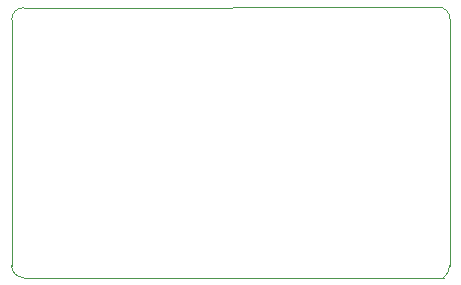
<source format=gbr>
%TF.GenerationSoftware,KiCad,Pcbnew,7.0.7*%
%TF.CreationDate,2024-04-13T21:05:37-07:00*%
%TF.ProjectId,SD-Breakout,53442d42-7265-4616-9b6f-75742e6b6963,rev?*%
%TF.SameCoordinates,Original*%
%TF.FileFunction,Profile,NP*%
%FSLAX46Y46*%
G04 Gerber Fmt 4.6, Leading zero omitted, Abs format (unit mm)*
G04 Created by KiCad (PCBNEW 7.0.7) date 2024-04-13 21:05:37*
%MOMM*%
%LPD*%
G01*
G04 APERTURE LIST*
%TA.AperFunction,Profile*%
%ADD10C,0.100000*%
%TD*%
G04 APERTURE END LIST*
D10*
X116586000Y-55118000D02*
X116586000Y-75946000D01*
X153162000Y-76962000D02*
G75*
G03*
X153670000Y-75946000I-762000J1016000D01*
G01*
X153713580Y-55074420D02*
X153670000Y-75946000D01*
X117602000Y-54102000D02*
G75*
G03*
X116586000Y-55118000I0J-1016000D01*
G01*
X116586000Y-75946000D02*
G75*
G03*
X117602000Y-76962000I1016000J0D01*
G01*
X117602000Y-54102000D02*
X152697580Y-54058420D01*
X153713580Y-55074420D02*
G75*
G03*
X152697580Y-54058420I-1015980J20D01*
G01*
X117602000Y-76962000D02*
X153162000Y-76961999D01*
M02*

</source>
